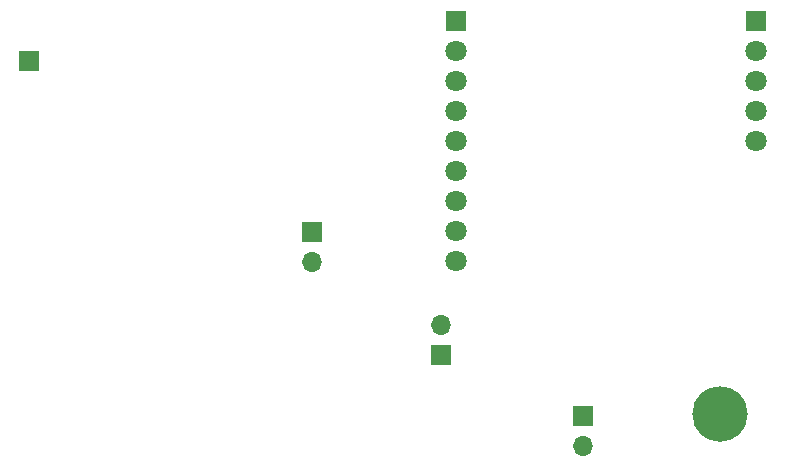
<source format=gbr>
%TF.GenerationSoftware,KiCad,Pcbnew,(6.0.8-1)-1*%
%TF.CreationDate,2022-11-08T13:41:34-07:00*%
%TF.ProjectId,AirU,41697255-2e6b-4696-9361-645f70636258,rev?*%
%TF.SameCoordinates,Original*%
%TF.FileFunction,Soldermask,Bot*%
%TF.FilePolarity,Negative*%
%FSLAX46Y46*%
G04 Gerber Fmt 4.6, Leading zero omitted, Abs format (unit mm)*
G04 Created by KiCad (PCBNEW (6.0.8-1)-1) date 2022-11-08 13:41:34*
%MOMM*%
%LPD*%
G01*
G04 APERTURE LIST*
%ADD10R,1.700000X1.700000*%
%ADD11O,1.700000X1.700000*%
%ADD12C,4.700000*%
%ADD13R,1.800000X1.800000*%
%ADD14C,1.800000*%
G04 APERTURE END LIST*
D10*
%TO.C,J6*%
X171000000Y-52100000D03*
D11*
X171000000Y-49560000D03*
%TD*%
D12*
%TO.C,REF\u002A\u002A*%
X194600000Y-57100000D03*
%TD*%
D10*
%TO.C,J4*%
X183000000Y-57225000D03*
D11*
X183000000Y-59765000D03*
%TD*%
D10*
%TO.C,J3*%
X160100000Y-41700000D03*
D11*
X160100000Y-44240000D03*
%TD*%
D10*
%TO.C,J5*%
X136100000Y-27200000D03*
%TD*%
D13*
%TO.C,U3*%
X172300000Y-23810000D03*
D14*
X172300000Y-26350000D03*
X172300000Y-28890000D03*
X172300000Y-31430000D03*
X172300000Y-33970000D03*
X172300000Y-36510000D03*
X172300000Y-39050000D03*
X172300000Y-41590000D03*
X172300000Y-44130000D03*
D13*
X197700000Y-23810000D03*
D14*
X197700000Y-26350000D03*
X197700000Y-28890000D03*
X197700000Y-31430000D03*
X197700000Y-33970000D03*
%TD*%
M02*

</source>
